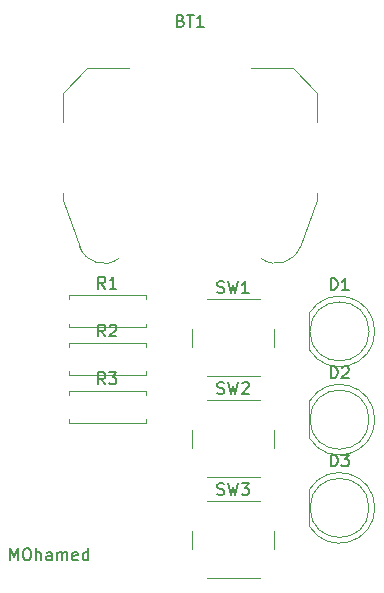
<source format=gbr>
%TF.GenerationSoftware,KiCad,Pcbnew,9.0.2*%
%TF.CreationDate,2025-06-03T22:34:10+03:00*%
%TF.ProjectId,first_PcB,66697273-745f-4506-9342-2e6b69636164,rev?*%
%TF.SameCoordinates,Original*%
%TF.FileFunction,Legend,Top*%
%TF.FilePolarity,Positive*%
%FSLAX46Y46*%
G04 Gerber Fmt 4.6, Leading zero omitted, Abs format (unit mm)*
G04 Created by KiCad (PCBNEW 9.0.2) date 2025-06-03 22:34:10*
%MOMM*%
%LPD*%
G01*
G04 APERTURE LIST*
%ADD10C,0.150000*%
%ADD11C,0.120000*%
G04 APERTURE END LIST*
D10*
X134336779Y-116869819D02*
X134336779Y-115869819D01*
X134336779Y-115869819D02*
X134670112Y-116584104D01*
X134670112Y-116584104D02*
X135003445Y-115869819D01*
X135003445Y-115869819D02*
X135003445Y-116869819D01*
X135670112Y-115869819D02*
X135860588Y-115869819D01*
X135860588Y-115869819D02*
X135955826Y-115917438D01*
X135955826Y-115917438D02*
X136051064Y-116012676D01*
X136051064Y-116012676D02*
X136098683Y-116203152D01*
X136098683Y-116203152D02*
X136098683Y-116536485D01*
X136098683Y-116536485D02*
X136051064Y-116726961D01*
X136051064Y-116726961D02*
X135955826Y-116822200D01*
X135955826Y-116822200D02*
X135860588Y-116869819D01*
X135860588Y-116869819D02*
X135670112Y-116869819D01*
X135670112Y-116869819D02*
X135574874Y-116822200D01*
X135574874Y-116822200D02*
X135479636Y-116726961D01*
X135479636Y-116726961D02*
X135432017Y-116536485D01*
X135432017Y-116536485D02*
X135432017Y-116203152D01*
X135432017Y-116203152D02*
X135479636Y-116012676D01*
X135479636Y-116012676D02*
X135574874Y-115917438D01*
X135574874Y-115917438D02*
X135670112Y-115869819D01*
X136527255Y-116869819D02*
X136527255Y-115869819D01*
X136955826Y-116869819D02*
X136955826Y-116346009D01*
X136955826Y-116346009D02*
X136908207Y-116250771D01*
X136908207Y-116250771D02*
X136812969Y-116203152D01*
X136812969Y-116203152D02*
X136670112Y-116203152D01*
X136670112Y-116203152D02*
X136574874Y-116250771D01*
X136574874Y-116250771D02*
X136527255Y-116298390D01*
X137860588Y-116869819D02*
X137860588Y-116346009D01*
X137860588Y-116346009D02*
X137812969Y-116250771D01*
X137812969Y-116250771D02*
X137717731Y-116203152D01*
X137717731Y-116203152D02*
X137527255Y-116203152D01*
X137527255Y-116203152D02*
X137432017Y-116250771D01*
X137860588Y-116822200D02*
X137765350Y-116869819D01*
X137765350Y-116869819D02*
X137527255Y-116869819D01*
X137527255Y-116869819D02*
X137432017Y-116822200D01*
X137432017Y-116822200D02*
X137384398Y-116726961D01*
X137384398Y-116726961D02*
X137384398Y-116631723D01*
X137384398Y-116631723D02*
X137432017Y-116536485D01*
X137432017Y-116536485D02*
X137527255Y-116488866D01*
X137527255Y-116488866D02*
X137765350Y-116488866D01*
X137765350Y-116488866D02*
X137860588Y-116441247D01*
X138336779Y-116869819D02*
X138336779Y-116203152D01*
X138336779Y-116298390D02*
X138384398Y-116250771D01*
X138384398Y-116250771D02*
X138479636Y-116203152D01*
X138479636Y-116203152D02*
X138622493Y-116203152D01*
X138622493Y-116203152D02*
X138717731Y-116250771D01*
X138717731Y-116250771D02*
X138765350Y-116346009D01*
X138765350Y-116346009D02*
X138765350Y-116869819D01*
X138765350Y-116346009D02*
X138812969Y-116250771D01*
X138812969Y-116250771D02*
X138908207Y-116203152D01*
X138908207Y-116203152D02*
X139051064Y-116203152D01*
X139051064Y-116203152D02*
X139146303Y-116250771D01*
X139146303Y-116250771D02*
X139193922Y-116346009D01*
X139193922Y-116346009D02*
X139193922Y-116869819D01*
X140051064Y-116822200D02*
X139955826Y-116869819D01*
X139955826Y-116869819D02*
X139765350Y-116869819D01*
X139765350Y-116869819D02*
X139670112Y-116822200D01*
X139670112Y-116822200D02*
X139622493Y-116726961D01*
X139622493Y-116726961D02*
X139622493Y-116346009D01*
X139622493Y-116346009D02*
X139670112Y-116250771D01*
X139670112Y-116250771D02*
X139765350Y-116203152D01*
X139765350Y-116203152D02*
X139955826Y-116203152D01*
X139955826Y-116203152D02*
X140051064Y-116250771D01*
X140051064Y-116250771D02*
X140098683Y-116346009D01*
X140098683Y-116346009D02*
X140098683Y-116441247D01*
X140098683Y-116441247D02*
X139622493Y-116536485D01*
X140955826Y-116869819D02*
X140955826Y-115869819D01*
X140955826Y-116822200D02*
X140860588Y-116869819D01*
X140860588Y-116869819D02*
X140670112Y-116869819D01*
X140670112Y-116869819D02*
X140574874Y-116822200D01*
X140574874Y-116822200D02*
X140527255Y-116774580D01*
X140527255Y-116774580D02*
X140479636Y-116679342D01*
X140479636Y-116679342D02*
X140479636Y-116393628D01*
X140479636Y-116393628D02*
X140527255Y-116298390D01*
X140527255Y-116298390D02*
X140574874Y-116250771D01*
X140574874Y-116250771D02*
X140670112Y-116203152D01*
X140670112Y-116203152D02*
X140860588Y-116203152D01*
X140860588Y-116203152D02*
X140955826Y-116250771D01*
X151886667Y-111297200D02*
X152029524Y-111344819D01*
X152029524Y-111344819D02*
X152267619Y-111344819D01*
X152267619Y-111344819D02*
X152362857Y-111297200D01*
X152362857Y-111297200D02*
X152410476Y-111249580D01*
X152410476Y-111249580D02*
X152458095Y-111154342D01*
X152458095Y-111154342D02*
X152458095Y-111059104D01*
X152458095Y-111059104D02*
X152410476Y-110963866D01*
X152410476Y-110963866D02*
X152362857Y-110916247D01*
X152362857Y-110916247D02*
X152267619Y-110868628D01*
X152267619Y-110868628D02*
X152077143Y-110821009D01*
X152077143Y-110821009D02*
X151981905Y-110773390D01*
X151981905Y-110773390D02*
X151934286Y-110725771D01*
X151934286Y-110725771D02*
X151886667Y-110630533D01*
X151886667Y-110630533D02*
X151886667Y-110535295D01*
X151886667Y-110535295D02*
X151934286Y-110440057D01*
X151934286Y-110440057D02*
X151981905Y-110392438D01*
X151981905Y-110392438D02*
X152077143Y-110344819D01*
X152077143Y-110344819D02*
X152315238Y-110344819D01*
X152315238Y-110344819D02*
X152458095Y-110392438D01*
X152791429Y-110344819D02*
X153029524Y-111344819D01*
X153029524Y-111344819D02*
X153220000Y-110630533D01*
X153220000Y-110630533D02*
X153410476Y-111344819D01*
X153410476Y-111344819D02*
X153648572Y-110344819D01*
X153934286Y-110344819D02*
X154553333Y-110344819D01*
X154553333Y-110344819D02*
X154220000Y-110725771D01*
X154220000Y-110725771D02*
X154362857Y-110725771D01*
X154362857Y-110725771D02*
X154458095Y-110773390D01*
X154458095Y-110773390D02*
X154505714Y-110821009D01*
X154505714Y-110821009D02*
X154553333Y-110916247D01*
X154553333Y-110916247D02*
X154553333Y-111154342D01*
X154553333Y-111154342D02*
X154505714Y-111249580D01*
X154505714Y-111249580D02*
X154458095Y-111297200D01*
X154458095Y-111297200D02*
X154362857Y-111344819D01*
X154362857Y-111344819D02*
X154077143Y-111344819D01*
X154077143Y-111344819D02*
X153981905Y-111297200D01*
X153981905Y-111297200D02*
X153934286Y-111249580D01*
X151886667Y-94197200D02*
X152029524Y-94244819D01*
X152029524Y-94244819D02*
X152267619Y-94244819D01*
X152267619Y-94244819D02*
X152362857Y-94197200D01*
X152362857Y-94197200D02*
X152410476Y-94149580D01*
X152410476Y-94149580D02*
X152458095Y-94054342D01*
X152458095Y-94054342D02*
X152458095Y-93959104D01*
X152458095Y-93959104D02*
X152410476Y-93863866D01*
X152410476Y-93863866D02*
X152362857Y-93816247D01*
X152362857Y-93816247D02*
X152267619Y-93768628D01*
X152267619Y-93768628D02*
X152077143Y-93721009D01*
X152077143Y-93721009D02*
X151981905Y-93673390D01*
X151981905Y-93673390D02*
X151934286Y-93625771D01*
X151934286Y-93625771D02*
X151886667Y-93530533D01*
X151886667Y-93530533D02*
X151886667Y-93435295D01*
X151886667Y-93435295D02*
X151934286Y-93340057D01*
X151934286Y-93340057D02*
X151981905Y-93292438D01*
X151981905Y-93292438D02*
X152077143Y-93244819D01*
X152077143Y-93244819D02*
X152315238Y-93244819D01*
X152315238Y-93244819D02*
X152458095Y-93292438D01*
X152791429Y-93244819D02*
X153029524Y-94244819D01*
X153029524Y-94244819D02*
X153220000Y-93530533D01*
X153220000Y-93530533D02*
X153410476Y-94244819D01*
X153410476Y-94244819D02*
X153648572Y-93244819D01*
X154553333Y-94244819D02*
X153981905Y-94244819D01*
X154267619Y-94244819D02*
X154267619Y-93244819D01*
X154267619Y-93244819D02*
X154172381Y-93387676D01*
X154172381Y-93387676D02*
X154077143Y-93482914D01*
X154077143Y-93482914D02*
X153981905Y-93530533D01*
X142393333Y-101974819D02*
X142060000Y-101498628D01*
X141821905Y-101974819D02*
X141821905Y-100974819D01*
X141821905Y-100974819D02*
X142202857Y-100974819D01*
X142202857Y-100974819D02*
X142298095Y-101022438D01*
X142298095Y-101022438D02*
X142345714Y-101070057D01*
X142345714Y-101070057D02*
X142393333Y-101165295D01*
X142393333Y-101165295D02*
X142393333Y-101308152D01*
X142393333Y-101308152D02*
X142345714Y-101403390D01*
X142345714Y-101403390D02*
X142298095Y-101451009D01*
X142298095Y-101451009D02*
X142202857Y-101498628D01*
X142202857Y-101498628D02*
X141821905Y-101498628D01*
X142726667Y-100974819D02*
X143345714Y-100974819D01*
X143345714Y-100974819D02*
X143012381Y-101355771D01*
X143012381Y-101355771D02*
X143155238Y-101355771D01*
X143155238Y-101355771D02*
X143250476Y-101403390D01*
X143250476Y-101403390D02*
X143298095Y-101451009D01*
X143298095Y-101451009D02*
X143345714Y-101546247D01*
X143345714Y-101546247D02*
X143345714Y-101784342D01*
X143345714Y-101784342D02*
X143298095Y-101879580D01*
X143298095Y-101879580D02*
X143250476Y-101927200D01*
X143250476Y-101927200D02*
X143155238Y-101974819D01*
X143155238Y-101974819D02*
X142869524Y-101974819D01*
X142869524Y-101974819D02*
X142774286Y-101927200D01*
X142774286Y-101927200D02*
X142726667Y-101879580D01*
X142393333Y-97924819D02*
X142060000Y-97448628D01*
X141821905Y-97924819D02*
X141821905Y-96924819D01*
X141821905Y-96924819D02*
X142202857Y-96924819D01*
X142202857Y-96924819D02*
X142298095Y-96972438D01*
X142298095Y-96972438D02*
X142345714Y-97020057D01*
X142345714Y-97020057D02*
X142393333Y-97115295D01*
X142393333Y-97115295D02*
X142393333Y-97258152D01*
X142393333Y-97258152D02*
X142345714Y-97353390D01*
X142345714Y-97353390D02*
X142298095Y-97401009D01*
X142298095Y-97401009D02*
X142202857Y-97448628D01*
X142202857Y-97448628D02*
X141821905Y-97448628D01*
X142774286Y-97020057D02*
X142821905Y-96972438D01*
X142821905Y-96972438D02*
X142917143Y-96924819D01*
X142917143Y-96924819D02*
X143155238Y-96924819D01*
X143155238Y-96924819D02*
X143250476Y-96972438D01*
X143250476Y-96972438D02*
X143298095Y-97020057D01*
X143298095Y-97020057D02*
X143345714Y-97115295D01*
X143345714Y-97115295D02*
X143345714Y-97210533D01*
X143345714Y-97210533D02*
X143298095Y-97353390D01*
X143298095Y-97353390D02*
X142726667Y-97924819D01*
X142726667Y-97924819D02*
X143345714Y-97924819D01*
X161491905Y-93994819D02*
X161491905Y-92994819D01*
X161491905Y-92994819D02*
X161730000Y-92994819D01*
X161730000Y-92994819D02*
X161872857Y-93042438D01*
X161872857Y-93042438D02*
X161968095Y-93137676D01*
X161968095Y-93137676D02*
X162015714Y-93232914D01*
X162015714Y-93232914D02*
X162063333Y-93423390D01*
X162063333Y-93423390D02*
X162063333Y-93566247D01*
X162063333Y-93566247D02*
X162015714Y-93756723D01*
X162015714Y-93756723D02*
X161968095Y-93851961D01*
X161968095Y-93851961D02*
X161872857Y-93947200D01*
X161872857Y-93947200D02*
X161730000Y-93994819D01*
X161730000Y-93994819D02*
X161491905Y-93994819D01*
X163015714Y-93994819D02*
X162444286Y-93994819D01*
X162730000Y-93994819D02*
X162730000Y-92994819D01*
X162730000Y-92994819D02*
X162634762Y-93137676D01*
X162634762Y-93137676D02*
X162539524Y-93232914D01*
X162539524Y-93232914D02*
X162444286Y-93280533D01*
X161491905Y-108934819D02*
X161491905Y-107934819D01*
X161491905Y-107934819D02*
X161730000Y-107934819D01*
X161730000Y-107934819D02*
X161872857Y-107982438D01*
X161872857Y-107982438D02*
X161968095Y-108077676D01*
X161968095Y-108077676D02*
X162015714Y-108172914D01*
X162015714Y-108172914D02*
X162063333Y-108363390D01*
X162063333Y-108363390D02*
X162063333Y-108506247D01*
X162063333Y-108506247D02*
X162015714Y-108696723D01*
X162015714Y-108696723D02*
X161968095Y-108791961D01*
X161968095Y-108791961D02*
X161872857Y-108887200D01*
X161872857Y-108887200D02*
X161730000Y-108934819D01*
X161730000Y-108934819D02*
X161491905Y-108934819D01*
X162396667Y-107934819D02*
X163015714Y-107934819D01*
X163015714Y-107934819D02*
X162682381Y-108315771D01*
X162682381Y-108315771D02*
X162825238Y-108315771D01*
X162825238Y-108315771D02*
X162920476Y-108363390D01*
X162920476Y-108363390D02*
X162968095Y-108411009D01*
X162968095Y-108411009D02*
X163015714Y-108506247D01*
X163015714Y-108506247D02*
X163015714Y-108744342D01*
X163015714Y-108744342D02*
X162968095Y-108839580D01*
X162968095Y-108839580D02*
X162920476Y-108887200D01*
X162920476Y-108887200D02*
X162825238Y-108934819D01*
X162825238Y-108934819D02*
X162539524Y-108934819D01*
X162539524Y-108934819D02*
X162444286Y-108887200D01*
X162444286Y-108887200D02*
X162396667Y-108839580D01*
X151886667Y-102747200D02*
X152029524Y-102794819D01*
X152029524Y-102794819D02*
X152267619Y-102794819D01*
X152267619Y-102794819D02*
X152362857Y-102747200D01*
X152362857Y-102747200D02*
X152410476Y-102699580D01*
X152410476Y-102699580D02*
X152458095Y-102604342D01*
X152458095Y-102604342D02*
X152458095Y-102509104D01*
X152458095Y-102509104D02*
X152410476Y-102413866D01*
X152410476Y-102413866D02*
X152362857Y-102366247D01*
X152362857Y-102366247D02*
X152267619Y-102318628D01*
X152267619Y-102318628D02*
X152077143Y-102271009D01*
X152077143Y-102271009D02*
X151981905Y-102223390D01*
X151981905Y-102223390D02*
X151934286Y-102175771D01*
X151934286Y-102175771D02*
X151886667Y-102080533D01*
X151886667Y-102080533D02*
X151886667Y-101985295D01*
X151886667Y-101985295D02*
X151934286Y-101890057D01*
X151934286Y-101890057D02*
X151981905Y-101842438D01*
X151981905Y-101842438D02*
X152077143Y-101794819D01*
X152077143Y-101794819D02*
X152315238Y-101794819D01*
X152315238Y-101794819D02*
X152458095Y-101842438D01*
X152791429Y-101794819D02*
X153029524Y-102794819D01*
X153029524Y-102794819D02*
X153220000Y-102080533D01*
X153220000Y-102080533D02*
X153410476Y-102794819D01*
X153410476Y-102794819D02*
X153648572Y-101794819D01*
X153981905Y-101890057D02*
X154029524Y-101842438D01*
X154029524Y-101842438D02*
X154124762Y-101794819D01*
X154124762Y-101794819D02*
X154362857Y-101794819D01*
X154362857Y-101794819D02*
X154458095Y-101842438D01*
X154458095Y-101842438D02*
X154505714Y-101890057D01*
X154505714Y-101890057D02*
X154553333Y-101985295D01*
X154553333Y-101985295D02*
X154553333Y-102080533D01*
X154553333Y-102080533D02*
X154505714Y-102223390D01*
X154505714Y-102223390D02*
X153934286Y-102794819D01*
X153934286Y-102794819D02*
X154553333Y-102794819D01*
X142393333Y-93874819D02*
X142060000Y-93398628D01*
X141821905Y-93874819D02*
X141821905Y-92874819D01*
X141821905Y-92874819D02*
X142202857Y-92874819D01*
X142202857Y-92874819D02*
X142298095Y-92922438D01*
X142298095Y-92922438D02*
X142345714Y-92970057D01*
X142345714Y-92970057D02*
X142393333Y-93065295D01*
X142393333Y-93065295D02*
X142393333Y-93208152D01*
X142393333Y-93208152D02*
X142345714Y-93303390D01*
X142345714Y-93303390D02*
X142298095Y-93351009D01*
X142298095Y-93351009D02*
X142202857Y-93398628D01*
X142202857Y-93398628D02*
X141821905Y-93398628D01*
X143345714Y-93874819D02*
X142774286Y-93874819D01*
X143060000Y-93874819D02*
X143060000Y-92874819D01*
X143060000Y-92874819D02*
X142964762Y-93017676D01*
X142964762Y-93017676D02*
X142869524Y-93112914D01*
X142869524Y-93112914D02*
X142774286Y-93160533D01*
X161491905Y-101464819D02*
X161491905Y-100464819D01*
X161491905Y-100464819D02*
X161730000Y-100464819D01*
X161730000Y-100464819D02*
X161872857Y-100512438D01*
X161872857Y-100512438D02*
X161968095Y-100607676D01*
X161968095Y-100607676D02*
X162015714Y-100702914D01*
X162015714Y-100702914D02*
X162063333Y-100893390D01*
X162063333Y-100893390D02*
X162063333Y-101036247D01*
X162063333Y-101036247D02*
X162015714Y-101226723D01*
X162015714Y-101226723D02*
X161968095Y-101321961D01*
X161968095Y-101321961D02*
X161872857Y-101417200D01*
X161872857Y-101417200D02*
X161730000Y-101464819D01*
X161730000Y-101464819D02*
X161491905Y-101464819D01*
X162444286Y-100560057D02*
X162491905Y-100512438D01*
X162491905Y-100512438D02*
X162587143Y-100464819D01*
X162587143Y-100464819D02*
X162825238Y-100464819D01*
X162825238Y-100464819D02*
X162920476Y-100512438D01*
X162920476Y-100512438D02*
X162968095Y-100560057D01*
X162968095Y-100560057D02*
X163015714Y-100655295D01*
X163015714Y-100655295D02*
X163015714Y-100750533D01*
X163015714Y-100750533D02*
X162968095Y-100893390D01*
X162968095Y-100893390D02*
X162396667Y-101464819D01*
X162396667Y-101464819D02*
X163015714Y-101464819D01*
X148784285Y-71179084D02*
X148927142Y-71226703D01*
X148927142Y-71226703D02*
X148974761Y-71274322D01*
X148974761Y-71274322D02*
X149022380Y-71369560D01*
X149022380Y-71369560D02*
X149022380Y-71512417D01*
X149022380Y-71512417D02*
X148974761Y-71607655D01*
X148974761Y-71607655D02*
X148927142Y-71655275D01*
X148927142Y-71655275D02*
X148831904Y-71702894D01*
X148831904Y-71702894D02*
X148450952Y-71702894D01*
X148450952Y-71702894D02*
X148450952Y-70702894D01*
X148450952Y-70702894D02*
X148784285Y-70702894D01*
X148784285Y-70702894D02*
X148879523Y-70750513D01*
X148879523Y-70750513D02*
X148927142Y-70798132D01*
X148927142Y-70798132D02*
X148974761Y-70893370D01*
X148974761Y-70893370D02*
X148974761Y-70988608D01*
X148974761Y-70988608D02*
X148927142Y-71083846D01*
X148927142Y-71083846D02*
X148879523Y-71131465D01*
X148879523Y-71131465D02*
X148784285Y-71179084D01*
X148784285Y-71179084D02*
X148450952Y-71179084D01*
X149308095Y-70702894D02*
X149879523Y-70702894D01*
X149593809Y-71702894D02*
X149593809Y-70702894D01*
X150736666Y-71702894D02*
X150165238Y-71702894D01*
X150450952Y-71702894D02*
X150450952Y-70702894D01*
X150450952Y-70702894D02*
X150355714Y-70845751D01*
X150355714Y-70845751D02*
X150260476Y-70940989D01*
X150260476Y-70940989D02*
X150165238Y-70988608D01*
D11*
%TO.C,SW3*%
X149720000Y-114390000D02*
X149720000Y-115890000D01*
X150970000Y-118390000D02*
X155470000Y-118390000D01*
X155470000Y-111890000D02*
X150970000Y-111890000D01*
X156720000Y-115890000D02*
X156720000Y-114390000D01*
%TO.C,SW1*%
X149720000Y-97290000D02*
X149720000Y-98790000D01*
X150970000Y-101290000D02*
X155470000Y-101290000D01*
X155470000Y-94790000D02*
X150970000Y-94790000D01*
X156720000Y-98790000D02*
X156720000Y-97290000D01*
%TO.C,R3*%
X139290000Y-102520000D02*
X145830000Y-102520000D01*
X139290000Y-102850000D02*
X139290000Y-102520000D01*
X139290000Y-104930000D02*
X139290000Y-105260000D01*
X139290000Y-105260000D02*
X145830000Y-105260000D01*
X145830000Y-102520000D02*
X145830000Y-102850000D01*
X145830000Y-105260000D02*
X145830000Y-104930000D01*
%TO.C,R2*%
X139290000Y-98470000D02*
X145830000Y-98470000D01*
X139290000Y-98800000D02*
X139290000Y-98470000D01*
X139290000Y-100880000D02*
X139290000Y-101210000D01*
X139290000Y-101210000D02*
X145830000Y-101210000D01*
X145830000Y-98470000D02*
X145830000Y-98800000D01*
X145830000Y-101210000D02*
X145830000Y-100880000D01*
%TO.C,D1*%
X159670000Y-95955000D02*
X159670000Y-99045000D01*
X159670000Y-95955170D02*
G75*
G02*
X165220000Y-97500000I2560000J-1544830D01*
G01*
X165220000Y-97500000D02*
G75*
G02*
X159670000Y-99044830I-2990000J0D01*
G01*
X164730000Y-97500000D02*
G75*
G02*
X159730000Y-97500000I-2500000J0D01*
G01*
X159730000Y-97500000D02*
G75*
G02*
X164730000Y-97500000I2500000J0D01*
G01*
%TO.C,D3*%
X159670000Y-110895000D02*
X159670000Y-113985000D01*
X159670000Y-110895170D02*
G75*
G02*
X165220000Y-112440000I2560000J-1544830D01*
G01*
X165220000Y-112440000D02*
G75*
G02*
X159670000Y-113984830I-2990000J0D01*
G01*
X164730000Y-112440000D02*
G75*
G02*
X159730000Y-112440000I-2500000J0D01*
G01*
X159730000Y-112440000D02*
G75*
G02*
X164730000Y-112440000I2500000J0D01*
G01*
%TO.C,SW2*%
X149720000Y-105840000D02*
X149720000Y-107340000D01*
X150970000Y-109840000D02*
X155470000Y-109840000D01*
X155470000Y-103340000D02*
X150970000Y-103340000D01*
X156720000Y-107340000D02*
X156720000Y-105840000D01*
%TO.C,R1*%
X139290000Y-94420000D02*
X145830000Y-94420000D01*
X139290000Y-94750000D02*
X139290000Y-94420000D01*
X139290000Y-96830000D02*
X139290000Y-97160000D01*
X139290000Y-97160000D02*
X145830000Y-97160000D01*
X145830000Y-94420000D02*
X145830000Y-94750000D01*
X145830000Y-97160000D02*
X145830000Y-96830000D01*
%TO.C,D2*%
X159670000Y-103425000D02*
X159670000Y-106515000D01*
X159670000Y-103425170D02*
G75*
G02*
X165220000Y-104970000I2560000J-1544830D01*
G01*
X165220000Y-104970000D02*
G75*
G02*
X159670000Y-106514830I-2990000J0D01*
G01*
X164730000Y-104970000D02*
G75*
G02*
X159730000Y-104970000I-2500000J0D01*
G01*
X159730000Y-104970000D02*
G75*
G02*
X164730000Y-104970000I2500000J0D01*
G01*
%TO.C,BT1*%
X138790000Y-77288075D02*
X138790000Y-79748075D01*
X138790000Y-85748075D02*
X138790000Y-86378075D01*
X138790000Y-86378075D02*
X140230000Y-90328075D01*
X140870000Y-75208075D02*
X138790000Y-77288075D01*
X144370000Y-75208075D02*
X140870000Y-75208075D01*
X158270000Y-75208075D02*
X154770000Y-75208075D01*
X158270000Y-75208075D02*
X160350000Y-77288075D01*
X160350000Y-77288075D02*
X160350000Y-79748075D01*
X160350000Y-85748075D02*
X160350000Y-86378075D01*
X160350000Y-86378075D02*
X158910000Y-90328075D01*
X143566646Y-91314605D02*
G75*
G02*
X140230000Y-90328075I-1306646J1716531D01*
G01*
X158895243Y-90336244D02*
G75*
G02*
X155570000Y-91298075I-2015243J738169D01*
G01*
%TD*%
M02*

</source>
